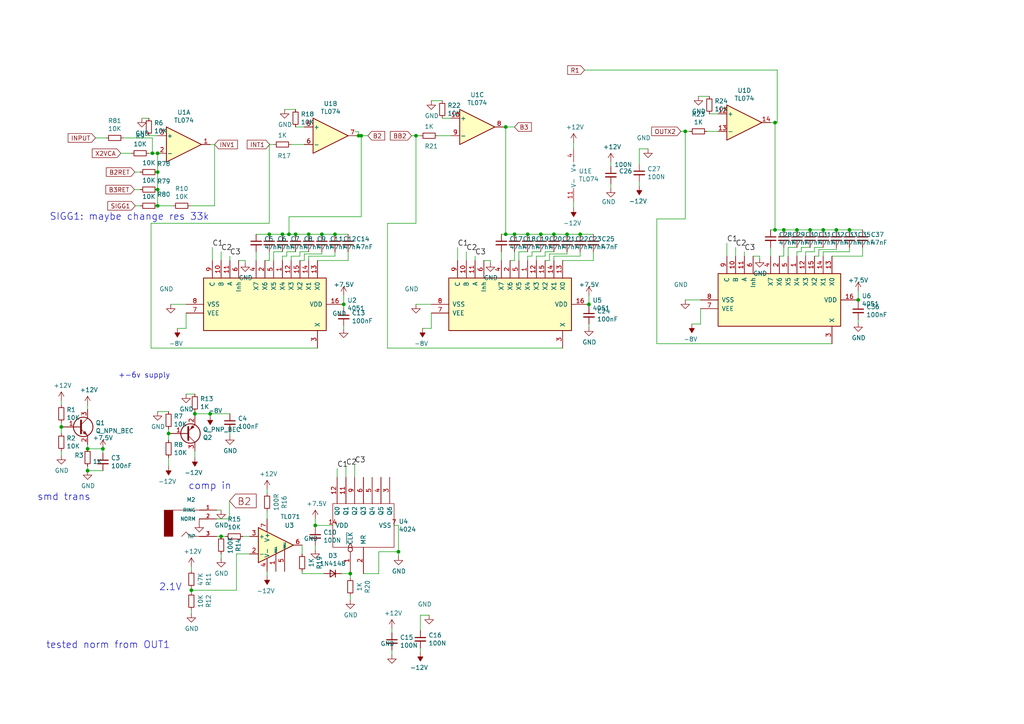
<source format=kicad_sch>
(kicad_sch (version 20211123) (generator eeschema)
  (paper "A4")
  (lib_symbols
    (symbol "4xxx:4051" (pin_names (offset 1.016))
      (property "Reference" "U" (at -7.62 19.05 0))
      (property "Value" "4051" (at -7.62 -19.05 0))
      (symbol "4051_1_0"
        (pin passive line (at -12.7 5.08 0) (length 5.08) (name "X4") (number "1"))
        (pin input line (at -12.7 -12.7 0) (length 5.08) (name "B") (number "10"))
        (pin input line (at -12.7 -10.16 0) (length 5.08) (name "A") (number "11"))
        (pin passive line (at -12.7 7.62 0) (length 5.08) (name "X3") (number "12"))
        (pin passive line (at -12.7 15.24 0) (length 5.08) (name "X0") (number "13"))
        (pin passive line (at -12.7 12.7 0) (length 5.08) (name "X1") (number "14"))
        (pin passive line (at -12.7 10.16 0) (length 5.08) (name "X2") (number "15"))
        (pin power_in line (at 0 22.86 270) (length 5.08) (name "VDD") (number "16"))
        (pin passive line (at -12.7 0 0) (length 5.08) (name "X6") (number "2"))
        (pin passive line (at 12.7 15.24 180) (length 5.08) (name "X") (number "3"))
        (pin passive line (at -12.7 -2.54 0) (length 5.08) (name "X7") (number "4"))
        (pin passive line (at -12.7 2.54 0) (length 5.08) (name "X5") (number "5"))
        (pin input line (at -12.7 -7.62 0) (length 5.08) (name "Inh") (number "6"))
        (pin power_in line (at 2.54 -22.86 90) (length 5.08) (name "VEE") (number "7"))
        (pin power_in line (at 0 -22.86 90) (length 5.08) (name "VSS") (number "8"))
        (pin input line (at -12.7 -15.24 0) (length 5.08) (name "C") (number "9"))
      )
    )
    (symbol "4xxx_IEEE:4024" (pin_names (offset 0.762))
      (property "Reference" "U" (at 5.08 11.43 0))
      (property "Value" "4024" (at 10.16 -10.16 0))
      (symbol "4024_0_0"
        (pin power_in line (at 0 10.16 270) (length 0) (name "VDD") (number "14"))
        (pin power_in line (at 0 -7.62 90) (length 0) (name "VSS") (number "7"))
      )
      (symbol "4024_1_1"
        (pin input inverted_clock (at -13.97 5.08 0) (length 7.62) (name "~{CLK}") (number "1"))
        (pin output line (at 13.97 6.35 180) (length 7.62) (name "Q1") (number "11"))
        (pin output line (at 13.97 8.89 180) (length 7.62) (name "Q0") (number "12"))
        (pin input line (at -13.97 1.27 0) (length 7.62) (name "MR") (number "2"))
        (pin output line (at 13.97 -6.35 180) (length 7.62) (name "Q6") (number "3"))
        (pin output line (at 13.97 -3.81 180) (length 7.62) (name "Q5") (number "4"))
        (pin output line (at 13.97 -1.27 180) (length 7.62) (name "Q4") (number "5"))
        (pin output line (at 13.97 1.27 180) (length 7.62) (name "Q3") (number "6"))
        (pin output line (at 13.97 3.81 180) (length 7.62) (name "Q2") (number "9"))
      )
    )
    (symbol "Amplifier_Operational:TL071" (pin_names (offset 0.127))
      (property "Reference" "U" (at 0 6.35 0))
      (property "Value" "TL071" (at 0 3.81 0))
      (symbol "TL071_1_1"
        (pin input line (at 0 -7.62 90) (length 5.08) (name "NULL") (number "1"))
        (pin input line (at -7.62 -2.54 0) (length 2.54) (name "-") (number "2"))
        (pin input line (at -7.62 2.54 0) (length 2.54) (name "+") (number "3"))
        (pin power_in line (at -2.54 -7.62 90) (length 3.81) (name "V-") (number "4"))
        (pin input line (at 2.54 -7.62 90) (length 6.35) (name "NULL") (number "5"))
        (pin output line (at 7.62 0 180) (length 2.54) (name "~") (number "6"))
        (pin power_in line (at -2.54 7.62 270) (length 3.81) (name "V+") (number "7"))
        (pin no_connect line (at 0 2.54 270) (length 2.54) hide (name "NC") (number "8"))
      )
    )
    (symbol "Amplifier_Operational:TL074" (pin_names (offset 0.127))
      (property "Reference" "U" (at 0 5.08 0))
      (property "Value" "TL074" (at 0 -5.08 0))
      (symbol "TL074_1_1"
        (pin output line (at 7.62 0 180) (length 2.54) (name "~") (number "1"))
        (pin input line (at -7.62 -2.54 0) (length 2.54) (name "-") (number "2"))
        (pin input line (at -7.62 2.54 0) (length 2.54) (name "+") (number "3"))
      )
      (symbol "TL074_2_1"
        (pin input line (at -7.62 2.54 0) (length 2.54) (name "+") (number "5"))
        (pin input line (at -7.62 -2.54 0) (length 2.54) (name "-") (number "6"))
        (pin output line (at 7.62 0 180) (length 2.54) (name "~") (number "7"))
      )
      (symbol "TL074_3_1"
        (pin input line (at -7.62 2.54 0) (length 2.54) (name "+") (number "10"))
        (pin output line (at 7.62 0 180) (length 2.54) (name "~") (number "8"))
        (pin input line (at -7.62 -2.54 0) (length 2.54) (name "-") (number "9"))
      )
      (symbol "TL074_4_1"
        (pin input line (at -7.62 2.54 0) (length 2.54) (name "+") (number "12"))
        (pin input line (at -7.62 -2.54 0) (length 2.54) (name "-") (number "13"))
        (pin output line (at 7.62 0 180) (length 2.54) (name "~") (number "14"))
      )
      (symbol "TL074_5_1"
        (pin power_in line (at -2.54 -7.62 90) (length 3.81) (name "V-") (number "11"))
        (pin power_in line (at -2.54 7.62 270) (length 3.81) (name "V+") (number "4"))
      )
    )
    (symbol "Device:C_Small" (pin_numbers hide) (pin_names (offset 0.254) hide)
      (property "Reference" "C" (at 0.254 1.778 0))
      (property "Value" "C_Small" (at 0.254 -2.032 0))
      (symbol "C_Small_1_1"
        (pin passive line (at 0 2.54 270) (length 2.032) (name "~") (number "1"))
        (pin passive line (at 0 -2.54 90) (length 2.032) (name "~") (number "2"))
      )
    )
    (symbol "Device:D_Small" (pin_numbers hide) (pin_names (offset 0.254) hide)
      (property "Reference" "D" (at -1.27 2.032 0))
      (property "Value" "D_Small" (at -3.81 -2.032 0))
      (symbol "D_Small_1_1"
        (pin passive line (at -2.54 0 0) (length 1.778) (name "K") (number "1"))
        (pin passive line (at 2.54 0 180) (length 1.778) (name "A") (number "2"))
      )
    )
    (symbol "Device:Q_PNP_BEC" (pin_names (offset 0) hide)
      (property "Reference" "Q" (at 5.08 1.27 0))
      (property "Value" "Q_PNP_BEC" (at 5.08 -1.27 0))
      (symbol "Q_PNP_BEC_1_1"
        (pin input line (at -5.08 0 0) (length 5.715) (name "B") (number "1"))
        (pin passive line (at 2.54 -5.08 90) (length 2.54) (name "E") (number "2"))
        (pin passive line (at 2.54 5.08 270) (length 2.54) (name "C") (number "3"))
      )
    )
    (symbol "Device:R_Small" (pin_numbers hide) (pin_names (offset 0.254) hide)
      (property "Reference" "R" (at 0.762 0.508 0))
      (property "Value" "R_Small" (at 0.762 -1.016 0))
      (symbol "R_Small_1_1"
        (pin passive line (at 0 2.54 270) (length 0.762) (name "~") (number "1"))
        (pin passive line (at 0 -2.54 90) (length 0.762) (name "~") (number "2"))
      )
    )
    (symbol "audio-jackerthenvar-pj398-allcolours-rescue:AUDIO-JACKERTHENVAR-PJ398-allcolours-rescue" (pin_names (offset 1.016))
      (property "Reference" "M4" (at 0.1524 5.5626 0))
      (symbol "AUDIO-JACKERTHENVAR-PJ398-allcolours-rescue_1_1"
        (pin bidirectional line (at 7.62 2.54 180) (length 5.08) (name "RING") (number "1"))
        (pin bidirectional line (at 7.62 0 180) (length 5.08) (name "NORM") (number "2"))
        (pin bidirectional line (at 7.62 -5.08 180) (length 5.08) (name "TIP") (number "3"))
      )
    )
    (symbol "power:+12V" (power) (pin_names (offset 0))
      (property "Value" "+12V" (at 0 3.556 0))
      (symbol "+12V_1_1"
        (pin power_in line (at 0 0 90) (length 0) hide (name "+12V") (number "1"))
      )
    )
    (symbol "power:+7.5V" (power) (pin_names (offset 0))
      (property "Value" "+7.5V" (at 0 3.556 0))
      (symbol "+7.5V_1_1"
        (pin power_in line (at 0 0 90) (length 0) hide (name "+7.5V") (number "1"))
      )
    )
    (symbol "power:-12V" (power) (pin_names (offset 0))
      (property "Value" "-12V" (at 0 3.81 0))
      (symbol "-12V_0_0"
        (pin power_in line (at 0 0 90) (length 0) hide (name "-12V") (number "1"))
      )
    )
    (symbol "power:-8V" (power) (pin_names (offset 0))
      (property "Value" "-8V" (at 0 3.81 0))
      (symbol "-8V_0_0"
        (pin power_in line (at 0 0 90) (length 0) hide (name "-8V") (number "1"))
      )
    )
    (symbol "power:GND" (power) (pin_names (offset 0))
      (property "Value" "GND" (at 0 -3.81 0))
      (symbol "GND_1_1"
        (pin power_in line (at 0 0 270) (length 0) hide (name "GND") (number "1"))
      )
    )
    (symbol "toad2-rescue:+12V-power-allcolours_analogue-rescue" (power) (pin_names (offset 0))
      (property "Value" "+12V-power-allcolours_analogue-rescue" (at 0 3.556 0))
      (symbol "+12V-power-allcolours_analogue-rescue_1_1"
        (pin power_in line (at 0 0 90) (length 0) hide (name "+12V") (number "1"))
      )
    )
    (symbol "toad2-rescue:Q_NPN_BEC-device-allcolours_analogue-rescue" (pin_names (offset 0) hide)
      (property "Reference" "Q" (at 5.08 1.27 0))
      (property "Value" "Q_NPN_BEC-device-allcolours_analogue-rescue" (at 5.08 -1.27 0))
      (symbol "Q_NPN_BEC-device-allcolours_analogue-rescue_1_1"
        (pin input line (at -5.08 0 0) (length 5.715) (name "B") (number "1"))
        (pin passive line (at 2.54 -5.08 90) (length 2.54) (name "E") (number "2"))
        (pin passive line (at 2.54 5.08 270) (length 2.54) (name "C") (number "3"))
      )
    )
  )
  (junction (at 97.155 67.945))
  (junction (at 44.196 44.45))
  (junction (at 170.815 88.265))
  (junction (at 115.57 160.02))
  (junction (at 120.65 39.37))
  (junction (at 248.92 86.995))
  (junction (at 153.035 67.945))
  (junction (at 168.275 67.945))
  (junction (at 238.76 66.675))
  (junction (at 60.96 120.015))
  (junction (at 99.695 88.265))
  (junction (at 227.33 66.675))
  (junction (at 224.79 66.675))
  (junction (at 164.465 67.945))
  (junction (at 56.515 120.015))
  (junction (at 85.725 67.945))
  (junction (at 242.57 66.675))
  (junction (at 17.78 123.825))
  (junction (at 48.895 125.73))
  (junction (at 146.685 36.83))
  (junction (at 156.845 67.945))
  (junction (at 25.4 136.525))
  (junction (at 89.535 67.945))
  (junction (at 45.72 44.45))
  (junction (at 246.38 66.675))
  (junction (at 25.4 130.175))
  (junction (at 55.499 171.196))
  (junction (at 45.72 49.911))
  (junction (at 45.72 59.69))
  (junction (at 64.135 155.575))
  (junction (at 101.6 166.37))
  (junction (at 231.14 66.675))
  (junction (at 78.105 67.945))
  (junction (at 160.655 67.945))
  (junction (at 104.013 39.37))
  (junction (at 45.72 54.991))
  (junction (at 234.95 66.675))
  (junction (at 91.44 152.4))
  (junction (at 93.345 67.945))
  (junction (at 146.685 67.945))
  (junction (at 224.79 35.56))
  (junction (at 81.915 67.945))
  (junction (at 198.755 38.1))
  (junction (at 83.82 67.945))
  (junction (at 149.225 67.945))
  (junction (at 29.845 130.175))
  (junction (at 104.775 39.37))
  (wire (pts (xy 104.013 39.37) (xy 104.775 39.37)))
  (wire (pts (xy 156.845 67.945) (xy 153.035 67.945)))
  (wire (pts (xy 163.195 75.565) (xy 172.085 75.565)))
  (wire (pts (xy 66.548 150.495) (xy 66.548 145.288)))
  (wire (pts (xy 91.44 152.4) (xy 96.52 152.4)))
  (wire (pts (xy 55.245 59.69) (xy 62.23 59.69)))
  (wire (pts (xy 45.72 49.911) (xy 45.72 54.991)))
  (wire (pts (xy 17.78 130.81) (xy 17.78 132.08)))
  (wire (pts (xy 215.9 74.295) (xy 215.9 73.025)))
  (wire (pts (xy 100.33 138.43) (xy 100.33 135.255)))
  (wire (pts (xy 92.075 75.565) (xy 100.965 75.565)))
  (wire (pts (xy 64.135 155.575) (xy 65.405 155.575)))
  (wire (pts (xy 86.995 74.295) (xy 86.995 73.025)))
  (wire (pts (xy 145.415 75.565) (xy 145.415 73.025)))
  (wire (pts (xy 17.78 122.555) (xy 17.78 123.825)))
  (wire (pts (xy 93.345 73.66) (xy 93.345 73.025)))
  (wire (pts (xy 79.375 75.565) (xy 79.375 73.025)))
  (wire (pts (xy 62.23 59.69) (xy 62.23 41.91)))
  (wire (pts (xy 150.495 73.025) (xy 153.035 73.025)))
  (wire (pts (xy 223.52 35.56) (xy 224.79 35.56)))
  (wire (pts (xy 150.495 75.565) (xy 150.495 73.025)))
  (wire (pts (xy 78.105 64.77) (xy 78.105 41.91)))
  (wire (pts (xy 41.148 34.29) (xy 43.18 34.29)))
  (wire (pts (xy 89.535 75.565) (xy 89.535 74.295)))
  (wire (pts (xy 226.06 74.295) (xy 227.33 74.295)))
  (wire (pts (xy 66.675 75.565) (xy 66.675 74.295)))
  (wire (pts (xy 91.44 152.4) (xy 91.44 153.035)))
  (wire (pts (xy 84.455 75.565) (xy 84.455 74.295)))
  (wire (pts (xy 78.105 75.565) (xy 78.105 73.025)))
  (wire (pts (xy 45.72 119.38) (xy 48.895 119.38)))
  (wire (pts (xy 99.695 88.265) (xy 99.695 89.408)))
  (wire (pts (xy 248.92 86.995) (xy 248.92 84.455)))
  (wire (pts (xy 198.755 63.5) (xy 198.755 38.1)))
  (wire (pts (xy 198.755 38.1) (xy 200.025 38.1)))
  (wire (pts (xy 140.335 75.565) (xy 142.24 75.565)))
  (wire (pts (xy 120.65 39.37) (xy 121.92 39.37)))
  (wire (pts (xy 48.895 124.46) (xy 48.895 125.73)))
  (wire (pts (xy 248.92 92.71) (xy 248.92 93.599)))
  (wire (pts (xy 202.565 27.94) (xy 205.74 27.94)))
  (wire (pts (xy 86.995 73.025) (xy 89.535 73.025)))
  (wire (pts (xy 43.815 100.965) (xy 43.815 64.77)))
  (wire (pts (xy 149.225 75.565) (xy 149.225 73.025)))
  (wire (pts (xy 160.655 67.945) (xy 156.845 67.945)))
  (wire (pts (xy 25.4 117.475) (xy 25.4 118.745)))
  (wire (pts (xy 89.535 74.295) (xy 97.155 74.295)))
  (wire (pts (xy 48.895 125.73) (xy 48.895 127.635)))
  (wire (pts (xy 238.76 73.025) (xy 246.38 73.025)))
  (wire (pts (xy 71.12 75.565) (xy 71.12 76.2)))
  (wire (pts (xy 25.4 136.525) (xy 29.845 136.525)))
  (wire (pts (xy 101.6 166.37) (xy 101.6 167.64)))
  (wire (pts (xy 104.013 38.227) (xy 104.013 39.37)))
  (wire (pts (xy 225.425 20.32) (xy 225.425 35.56)))
  (wire (pts (xy 105.41 166.37) (xy 109.855 166.37)))
  (wire (pts (xy 112.395 64.77) (xy 120.65 64.77)))
  (wire (pts (xy 91.44 158.115) (xy 91.44 159.385)))
  (wire (pts (xy 83.185 73.025) (xy 85.725 73.025)))
  (wire (pts (xy 198.755 86.995) (xy 203.2 86.995)))
  (wire (pts (xy 55.499 176.911) (xy 55.499 177.927)))
  (wire (pts (xy 113.665 188.595) (xy 113.665 189.865)))
  (wire (pts (xy 242.57 66.675) (xy 238.76 66.675)))
  (wire (pts (xy 97.79 138.43) (xy 97.79 135.89)))
  (wire (pts (xy 121.92 187.96) (xy 121.92 189.23)))
  (wire (pts (xy 236.22 71.755) (xy 238.76 71.755)))
  (wire (pts (xy 121.92 178.435) (xy 124.46 178.435)))
  (wire (pts (xy 248.92 86.995) (xy 248.92 87.63)))
  (wire (pts (xy 170.815 88.265) (xy 170.815 88.9)))
  (wire (pts (xy 86.995 75.565) (xy 88.265 75.565)))
  (wire (pts (xy 55.499 171.196) (xy 68.58 171.196)))
  (wire (pts (xy 93.345 67.945) (xy 89.535 67.945)))
  (wire (pts (xy 155.575 75.565) (xy 155.575 74.295)))
  (wire (pts (xy 99.695 94.488) (xy 99.695 95.377)))
  (wire (pts (xy 78.105 67.945) (xy 74.295 67.945)))
  (wire (pts (xy 185.42 47.625) (xy 185.42 43.18)))
  (wire (pts (xy 154.305 74.295) (xy 154.305 73.025)))
  (wire (pts (xy 38.1 44.45) (xy 35.052 44.45)))
  (wire (pts (xy 164.465 73.66) (xy 164.465 73.025)))
  (wire (pts (xy 147.955 75.565) (xy 149.225 75.565)))
  (wire (pts (xy 76.835 75.565) (xy 78.105 75.565)))
  (wire (pts (xy 234.95 66.675) (xy 231.14 66.675)))
  (wire (pts (xy 228.6 71.755) (xy 231.14 71.755)))
  (wire (pts (xy 61.595 75.565) (xy 61.595 71.755)))
  (wire (pts (xy 170.815 93.98) (xy 170.815 94.869)))
  (wire (pts (xy 56.515 132.715) (xy 56.515 130.81)))
  (wire (pts (xy 17.78 116.205) (xy 17.78 117.475)))
  (wire (pts (xy 79.375 73.025) (xy 81.915 73.025)))
  (wire (pts (xy 104.775 39.37) (xy 104.775 62.865)))
  (wire (pts (xy 130.81 34.29) (xy 128.27 34.29)))
  (wire (pts (xy 224.79 35.56) (xy 224.79 66.675)))
  (wire (pts (xy 87.63 165.735) (xy 87.63 166.37)))
  (wire (pts (xy 146.685 67.945) (xy 145.415 67.945)))
  (wire (pts (xy 233.68 73.025) (xy 236.22 73.025)))
  (wire (pts (xy 122.555 95.25) (xy 125.095 95.25)))
  (wire (pts (xy 56.515 120.015) (xy 56.515 119.38)))
  (wire (pts (xy 45.72 59.69) (xy 50.165 59.69)))
  (wire (pts (xy 197.485 38.1) (xy 198.755 38.1)))
  (wire (pts (xy 56.515 120.015) (xy 60.96 120.015)))
  (wire (pts (xy 69.215 75.565) (xy 71.12 75.565)))
  (wire (pts (xy 200.66 93.98) (xy 203.2 93.98)))
  (wire (pts (xy 232.41 71.755) (xy 234.95 71.755)))
  (wire (pts (xy 158.115 73.025) (xy 160.655 73.025)))
  (wire (pts (xy 154.305 73.025) (xy 156.845 73.025)))
  (wire (pts (xy 160.655 75.565) (xy 160.655 74.295)))
  (wire (pts (xy 45.72 39.37) (xy 43.18 39.37)))
  (wire (pts (xy 25.4 135.255) (xy 25.4 136.525)))
  (wire (pts (xy 168.275 67.945) (xy 164.465 67.945)))
  (wire (pts (xy 99.06 166.37) (xy 101.6 166.37)))
  (wire (pts (xy 68.58 171.196) (xy 68.58 160.655)))
  (wire (pts (xy 218.44 74.295) (xy 220.345 74.295)))
  (wire (pts (xy 113.665 182.245) (xy 113.665 183.515)))
  (wire (pts (xy 112.395 100.965) (xy 112.395 64.77)))
  (wire (pts (xy 88.265 73.66) (xy 93.345 73.66)))
  (wire (pts (xy 40.64 54.991) (xy 38.989 54.991)))
  (wire (pts (xy 62.865 147.955) (xy 64.135 147.955)))
  (wire (pts (xy 205.74 33.02) (xy 208.28 33.02)))
  (wire (pts (xy 190.5 63.5) (xy 198.755 63.5)))
  (wire (pts (xy 99.695 85.725) (xy 99.695 88.265)))
  (wire (pts (xy 49.53 88.265) (xy 53.975 88.265)))
  (wire (pts (xy 227.33 66.675) (xy 224.79 66.675)))
  (wire (pts (xy 246.38 73.025) (xy 246.38 71.755)))
  (wire (pts (xy 29.845 130.175) (xy 29.845 131.445)))
  (wire (pts (xy 74.295 75.565) (xy 74.295 73.025)))
  (wire (pts (xy 43.815 64.77) (xy 78.105 64.77)))
  (wire (pts (xy 81.915 74.295) (xy 83.185 74.295)))
  (wire (pts (xy 53.975 114.3) (xy 56.515 114.3)))
  (wire (pts (xy 68.58 160.655) (xy 72.39 160.655)))
  (wire (pts (xy 238.76 66.675) (xy 234.95 66.675)))
  (wire (pts (xy 228.6 74.295) (xy 228.6 71.755)))
  (wire (pts (xy 40.64 59.69) (xy 39.243 59.69)))
  (wire (pts (xy 83.82 62.865) (xy 104.775 62.865)))
  (wire (pts (xy 97.155 67.945) (xy 93.345 67.945)))
  (wire (pts (xy 169.545 20.32) (xy 225.425 20.32)))
  (wire (pts (xy 164.465 67.945) (xy 160.655 67.945)))
  (wire (pts (xy 137.795 75.565) (xy 137.795 74.295)))
  (wire (pts (xy 60.96 41.91) (xy 62.23 41.91)))
  (wire (pts (xy 241.3 74.295) (xy 250.19 74.295)))
  (wire (pts (xy 127 39.37) (xy 130.81 39.37)))
  (wire (pts (xy 172.085 67.945) (xy 168.275 67.945)))
  (wire (pts (xy 40.64 49.911) (xy 39.116 49.911)))
  (wire (pts (xy 43.18 44.45) (xy 44.196 44.45)))
  (wire (pts (xy 55.499 170.561) (xy 55.499 171.196)))
  (wire (pts (xy 223.52 74.295) (xy 223.52 71.755)))
  (wire (pts (xy 227.33 74.295) (xy 227.33 71.755)))
  (wire (pts (xy 64.135 160.655) (xy 64.135 161.925)))
  (wire (pts (xy 83.82 67.945) (xy 81.915 67.945)))
  (wire (pts (xy 103.505 39.37) (xy 104.013 39.37)))
  (wire (pts (xy 44.196 40.005) (xy 44.196 44.45)))
  (wire (pts (xy 233.68 74.295) (xy 233.68 73.025)))
  (wire (pts (xy 101.6 172.72) (xy 101.6 173.99)))
  (wire (pts (xy 17.78 123.825) (xy 17.78 125.73)))
  (wire (pts (xy 115.57 160.02) (xy 115.57 161.29)))
  (wire (pts (xy 149.225 67.945) (xy 146.685 67.945)))
  (wire (pts (xy 232.41 73.025) (xy 232.41 71.755)))
  (wire (pts (xy 160.655 74.295) (xy 168.275 74.295)))
  (wire (pts (xy 203.2 89.535) (xy 203.2 93.98)))
  (wire (pts (xy 45.72 54.991) (xy 45.72 59.69)))
  (wire (pts (xy 220.345 74.295) (xy 220.345 74.93)))
  (wire (pts (xy 88.265 36.83) (xy 85.725 36.83)))
  (wire (pts (xy 159.385 75.565) (xy 159.385 73.66)))
  (wire (pts (xy 82.55 31.75) (xy 85.725 31.75)))
  (wire (pts (xy 81.915 75.565) (xy 81.915 74.295)))
  (wire (pts (xy 45.72 44.45) (xy 45.72 49.911)))
  (wire (pts (xy 237.49 74.295) (xy 237.49 72.39)))
  (wire (pts (xy 205.105 38.1) (xy 208.28 38.1)))
  (wire (pts (xy 109.855 166.37) (xy 109.855 160.02)))
  (wire (pts (xy 88.265 75.565) (xy 88.265 73.66)))
  (wire (pts (xy 102.87 138.43) (xy 102.87 134.62)))
  (wire (pts (xy 89.535 67.945) (xy 85.725 67.945)))
  (wire (pts (xy 77.47 165.735) (xy 77.47 167.005)))
  (wire (pts (xy 112.395 100.965) (xy 163.195 100.965)))
  (wire (pts (xy 91.44 150.495) (xy 91.44 152.4)))
  (wire (pts (xy 224.79 66.675) (xy 223.52 66.675)))
  (wire (pts (xy 177.165 53.34) (xy 177.165 54.61)))
  (wire (pts (xy 81.915 67.945) (xy 78.105 67.945)))
  (wire (pts (xy 153.035 75.565) (xy 153.035 74.295)))
  (wire (pts (xy 132.715 75.565) (xy 132.715 71.755)))
  (wire (pts (xy 66.675 126.365) (xy 66.675 125.095)))
  (wire (pts (xy 77.47 148.209) (xy 77.47 150.495)))
  (wire (pts (xy 170.815 88.265) (xy 170.815 85.725)))
  (wire (pts (xy 168.275 74.295) (xy 168.275 73.025)))
  (wire (pts (xy 55.499 171.196) (xy 55.499 171.831)))
  (wire (pts (xy 153.035 67.945) (xy 149.225 67.945)))
  (wire (pts (xy 236.22 74.295) (xy 237.49 74.295)))
  (wire (pts (xy 25.4 128.905) (xy 25.4 130.175)))
  (wire (pts (xy 35.814 40.005) (xy 44.196 40.005)))
  (wire (pts (xy 185.42 52.705) (xy 185.42 53.975)))
  (wire (pts (xy 185.42 43.18) (xy 187.96 43.18)))
  (wire (pts (xy 104.775 39.37) (xy 106.68 39.37)))
  (wire (pts (xy 62.865 155.575) (xy 64.135 155.575)))
  (wire (pts (xy 125.095 29.21) (xy 128.27 29.21)))
  (wire (pts (xy 100.965 67.945) (xy 97.155 67.945)))
  (wire (pts (xy 97.155 74.295) (xy 97.155 73.025)))
  (wire (pts (xy 60.96 120.015) (xy 60.96 120.65)))
  (wire (pts (xy 177.165 46.99) (xy 177.165 48.26)))
  (wire (pts (xy 238.76 74.295) (xy 238.76 73.025)))
  (wire (pts (xy 78.105 41.91) (xy 79.375 41.91)))
  (wire (pts (xy 83.82 62.865) (xy 83.82 67.945)))
  (wire (pts (xy 109.855 160.02) (xy 115.57 160.02)))
  (wire (pts (xy 213.36 74.295) (xy 213.36 71.755)))
  (wire (pts (xy 231.14 66.675) (xy 227.33 66.675)))
  (wire (pts (xy 120.65 88.265) (xy 125.095 88.265)))
  (wire (pts (xy 55.499 164.338) (xy 55.499 165.481)))
  (wire (pts (xy 120.65 64.77) (xy 120.65 39.37)))
  (wire (pts (xy 146.685 36.83) (xy 149.225 36.83)))
  (wire (pts (xy 224.79 35.56) (xy 225.425 35.56)))
  (wire (pts (xy 100.965 75.565) (xy 100.965 73.025)))
  (wire (pts (xy 83.185 74.295) (xy 83.185 73.025)))
  (wire (pts (xy 158.115 74.295) (xy 158.115 73.025)))
  (wire (pts (xy 246.38 66.675) (xy 242.57 66.675)))
  (wire (pts (xy 142.24 75.565) (xy 142.24 76.2)))
  (wire (pts (xy 70.485 155.575) (xy 72.39 155.575)))
  (wire (pts (xy 166.37 41.275) (xy 166.37 43.18)))
  (wire (pts (xy 85.725 67.945) (xy 83.82 67.945)))
  (wire (pts (xy 135.255 75.565) (xy 135.255 73.025)))
  (wire (pts (xy 190.5 99.695) (xy 190.5 63.5)))
  (wire (pts (xy 77.47 141.859) (xy 77.47 143.129)))
  (wire (pts (xy 53.975 90.805) (xy 53.975 95.25)))
  (wire (pts (xy 51.435 95.25) (xy 53.975 95.25)))
  (wire (pts (xy 115.57 152.4) (xy 115.57 160.02)))
  (wire (pts (xy 153.035 74.295) (xy 154.305 74.295)))
  (wire (pts (xy 119.38 39.37) (xy 120.65 39.37)))
  (wire (pts (xy 146.685 36.83) (xy 146.685 67.945)))
  (wire (pts (xy 158.115 75.565) (xy 159.385 75.565)))
  (wire (pts (xy 56.515 120.65) (xy 56.515 120.015)))
  (wire (pts (xy 87.63 158.115) (xy 87.63 160.655)))
  (wire (pts (xy 64.135 75.565) (xy 64.135 73.025)))
  (wire (pts (xy 44.196 44.45) (xy 45.72 44.45)))
  (wire (pts (xy 114.3 152.4) (xy 115.57 152.4)))
  (wire (pts (xy 231.14 73.025) (xy 232.41 73.025)))
  (wire (pts (xy 236.22 73.025) (xy 236.22 71.755)))
  (wire (pts (xy 84.455 74.295) (xy 86.995 74.295)))
  (wire (pts (xy 231.14 74.295) (xy 231.14 73.025)))
  (wire (pts (xy 210.82 74.295) (xy 210.82 70.485)))
  (wire (pts (xy 172.085 75.565) (xy 172.085 73.025)))
  (wire (pts (xy 242.57 72.39) (xy 242.57 71.755)))
  (wire (pts (xy 30.734 40.005) (xy 27.686 40.005)))
  (wire (pts (xy 159.385 73.66) (xy 164.465 73.66)))
  (wire (pts (xy 250.19 74.295) (xy 250.19 71.755)))
  (wire (pts (xy 166.37 58.42) (xy 166.37 60.325)))
  (wire (pts (xy 190.5 99.695) (xy 241.3 99.695)))
  (wire (pts (xy 62.865 150.495) (xy 66.548 150.495)))
  (wire (pts (xy 146.05 36.83) (xy 146.685 36.83)))
  (wire (pts (xy 237.49 72.39) (xy 242.57 72.39)))
  (wire (pts (xy 102.997 38.227) (xy 104.013 38.227)))
  (wire (pts (xy 250.19 66.675) (xy 246.38 66.675)))
  (wire (pts (xy 48.895 135.255) (xy 48.895 132.715)))
  (wire (pts (xy 84.455 41.91) (xy 88.265 41.91)))
  (wire (pts (xy 60.96 120.015) (xy 66.675 120.015)))
  (wire (pts (xy 92.075 100.965) (xy 43.815 100.965)))
  (wire (pts (xy 121.92 182.88) (xy 121.92 178.435)))
  (wire (pts (xy 87.63 166.37) (xy 93.98 166.37)))
  (wire (pts (xy 125.095 90.805) (xy 125.095 95.25)))
  (wire (pts (xy 25.4 130.175) (xy 29.845 130.175)))
  (wire (pts (xy 155.575 74.295) (xy 158.115 74.295)))
  (text "comp in" (at 54.61 142.24 0) (effects (font (size 2.0066 2.0066)) (justify left bottom)))
  (text "+-6v supply" (at 34.29 109.855 0) (effects (font (size 1.524 1.524)) (justify left bottom)))
  (text "tested norm from OUT1\n" (at 13.335 188.341 0) (effects (font (size 2.0066 2.0066)) (justify left bottom)))
  (text "2.1V" (at 46.101 171.577 0) (effects (font (size 2.0066 2.0066)) (justify left bottom)))
  (text "SIGG1: maybe change res 33k\n" (at 14.351 64.135 0) (effects (font (size 2.0066 2.0066)) (justify left bottom)))
  (text "smd trans" (at 10.795 145.415 0) (effects (font (size 2.0066 2.0066)) (justify left bottom)))
  (label "C1" (at 61.595 71.755 0) (effects (font (size 1.524 1.524))))
  (label "C2" (at 64.135 73.025 0) (effects (font (size 1.524 1.524))))
  (label "C2" (at 100.33 135.255 0) (effects (font (size 1.524 1.524))))
  (label "C2" (at 213.36 71.755 0) (effects (font (size 1.524 1.524))))
  (label "C2" (at 135.255 73.025 0) (effects (font (size 1.524 1.524))))
  (label "C1" (at 97.79 135.89 0) (effects (font (size 1.524 1.524))))
  (label "C3" (at 66.675 74.295 0) (effects (font (size 1.524 1.524))))
  (label "C3" (at 215.9 73.025 0) (effects (font (size 1.524 1.524))))
  (label "C1" (at 132.715 71.755 0) (effects (font (size 1.524 1.524))))
  (label "C1" (at 210.82 70.485 0) (effects (font (size 1.524 1.524))))
  (label "C3" (at 137.795 74.295 0) (effects (font (size 1.524 1.524))))
  (label "C3" (at 102.87 134.62 0) (effects (font (size 1.524 1.524))))
  (global_label "INPUT" (shape input) (at 27.686 40.005 180) (property "Intersheet References" "${INTERSHEET_REFS}" (effects hide)))
  (global_label "X2VCA" (shape input) (at 35.052 44.45 180) (property "Intersheet References" "${INTERSHEET_REFS}" (effects hide)))
  (global_label "B3RET" (shape input) (at 38.989 54.991 180) (property "Intersheet References" "${INTERSHEET_REFS}" (effects hide)))
  (global_label "R1" (shape input) (at 169.545 20.32 180) (property "Intersheet References" "${INTERSHEET_REFS}" (effects hide)))
  (global_label "B2RET" (shape input) (at 39.116 49.911 180) (property "Intersheet References" "${INTERSHEET_REFS}" (effects hide)))
  (global_label "OUTX2" (shape input) (at 197.485 38.1 180) (property "Intersheet References" "${INTERSHEET_REFS}" (effects hide)))
  (global_label "B3" (shape input) (at 149.225 36.83 0) (property "Intersheet References" "${INTERSHEET_REFS}" (effects hide)))
  (global_label "B2" (shape input) (at 66.548 145.288 0) (effects (font (size 2.0066 2.0066))) (property "Intersheet References" "${INTERSHEET_REFS}" (effects hide)))
  (global_label "B2" (shape input) (at 106.68 39.37 0) (property "Intersheet References" "${INTERSHEET_REFS}" (effects hide)))
  (global_label "SIGG1" (shape input) (at 39.243 59.69 180) (property "Intersheet References" "${INTERSHEET_REFS}" (effects hide)))
  (global_label "INV1" (shape input) (at 62.23 41.91 0) (property "Intersheet References" "${INTERSHEET_REFS}" (effects hide)))
  (global_label "BB2" (shape input) (at 119.38 39.37 180) (property "Intersheet References" "${INTERSHEET_REFS}" (effects hide)))
  (global_label "INT1" (shape input) (at 78.232 41.91 180) (property "Intersheet References" "${INTERSHEET_REFS}" (effects hide)))
  (symbol (lib_id "4xxx_IEEE:4024") (at 106.68 152.4 90) (unit 1)
    (property "Reference" "U4" (at 115.6462 151.2316 90) (effects (justify right)))
    (property "Value" "4024" (at 115.6462 153.543 90) (effects (justify right)))
    (property "Footprint" "Package_SO:SOIC-14_3.9x8.7mm_P1.27mm" (effects hide))
  )
  (symbol (lib_id "4xxx:4051") (at 76.835 88.265 270) (unit 1)
    (property "Reference" "U2" (at 100.7364 87.0966 90) (effects (justify left)))
    (property "Value" "4051" (at 100.7364 89.408 90) (effects (justify left)))
    (property "Footprint" "Package_SO:SOIC-16_3.9x9.9mm_P1.27mm" (effects hide))
    (property "Datasheet" "http://www.intersil.com/content/dam/Intersil/documents/cd40/cd4051bms-52bms-53bms.pdf" (effects hide))
  )
  (symbol (lib_id "Device:C_Small") (at 74.295 70.485 0) (unit 1)
    (property "Reference" "C5" (at 76.6318 69.3166 0) (effects (justify left)))
    (property "Value" "47nF" (at 76.6318 71.628 0) (effects (justify left)))
    (property "Footprint" "Capacitor_SMD:C_0805_2012Metric" (effects hide))
  )
  (symbol (lib_id "Device:C_Small") (at 78.105 70.485 0) (unit 1)
    (property "Reference" "C6" (at 80.4418 69.3166 0) (effects (justify left)))
    (property "Value" "47nF" (at 80.4418 71.628 0) (effects (justify left)))
    (property "Footprint" "Capacitor_SMD:C_0805_2012Metric" (effects hide))
  )
  (symbol (lib_id "Device:C_Small") (at 81.915 70.485 0) (unit 1)
    (property "Reference" "C7" (at 84.2518 69.3166 0) (effects (justify left)))
    (property "Value" "47nF" (at 84.2518 71.628 0) (effects (justify left)))
    (property "Footprint" "Capacitor_SMD:C_0805_2012Metric" (effects hide))
  )
  (symbol (lib_id "Device:C_Small") (at 85.725 70.485 0) (unit 1)
    (property "Reference" "C8" (at 88.0618 69.3166 0) (effects (justify left)))
    (property "Value" "47nF" (at 88.0618 71.628 0) (effects (justify left)))
    (property "Footprint" "Capacitor_SMD:C_0805_2012Metric" (effects hide))
  )
  (symbol (lib_id "Device:C_Small") (at 89.535 70.485 0) (unit 1)
    (property "Reference" "C9" (at 91.8718 69.3166 0) (effects (justify left)))
    (property "Value" "47nF" (at 91.8718 71.628 0) (effects (justify left)))
    (property "Footprint" "Capacitor_SMD:C_0805_2012Metric" (effects hide))
  )
  (symbol (lib_id "Device:C_Small") (at 93.345 70.485 0) (unit 1)
    (property "Reference" "C11" (at 95.6818 69.3166 0) (effects (justify left)))
    (property "Value" "47nF" (at 95.6818 71.628 0) (effects (justify left)))
    (property "Footprint" "Capacitor_SMD:C_0805_2012Metric" (effects hide))
  )
  (symbol (lib_id "Device:C_Small") (at 97.155 70.485 0) (unit 1)
    (property "Reference" "C12" (at 99.4918 69.3166 0) (effects (justify left)))
    (property "Value" "47nF" (at 99.4918 71.628 0) (effects (justify left)))
    (property "Footprint" "Capacitor_SMD:C_0805_2012Metric" (effects hide))
  )
  (symbol (lib_id "Device:C_Small") (at 100.965 70.485 0) (unit 1)
    (property "Reference" "C14" (at 103.3018 69.3166 0) (effects (justify left)))
    (property "Value" "47nF" (at 103.3018 71.628 0) (effects (justify left)))
    (property "Footprint" "Capacitor_SMD:C_0805_2012Metric" (effects hide))
  )
  (symbol (lib_id "Device:R_Small") (at 52.705 59.69 270) (unit 1)
    (property "Reference" "R10" (at 52.705 54.7116 90))
    (property "Value" "10K" (at 52.705 57.023 90))
    (property "Footprint" "Resistor_SMD:R_0805_2012Metric" (effects hide))
  )
  (symbol (lib_id "power:GND") (at 71.12 76.2 0) (unit 1)
    (property "Reference" "#PWR023" (effects hide))
    (property "Value" "GND" (at 71.247 80.5942 0))
  )
  (symbol (lib_id "power:GND") (at 49.53 88.265 0) (unit 1)
    (property "Reference" "#PWR013" (effects hide))
    (property "Value" "GND" (at 48.26 83.82 0))
  )
  (symbol (lib_id "Device:R_Small") (at 85.725 34.29 180) (unit 1)
    (property "Reference" "R18" (at 87.2236 33.1216 0) (effects (justify right)))
    (property "Value" "10K" (at 87.2236 35.433 0) (effects (justify right)))
    (property "Footprint" "Resistor_SMD:R_0805_2012Metric" (effects hide))
  )
  (symbol (lib_id "Device:R_Small") (at 81.915 41.91 270) (unit 1)
    (property "Reference" "R17" (at 82.423 45.212 90))
    (property "Value" "1K" (at 81.915 39.243 90))
    (property "Footprint" "Resistor_SMD:R_0805_2012Metric" (effects hide))
  )
  (symbol (lib_id "Device:R_Small") (at 205.74 30.48 180) (unit 1)
    (property "Reference" "R24" (at 207.2386 29.3116 0) (effects (justify right)))
    (property "Value" "10K" (at 207.2386 31.623 0) (effects (justify right)))
    (property "Footprint" "Resistor_SMD:R_0805_2012Metric" (effects hide))
  )
  (symbol (lib_id "Device:R_Small") (at 202.565 38.1 270) (unit 1)
    (property "Reference" "R23" (at 202.565 33.1216 90))
    (property "Value" "1K" (at 202.565 35.433 90))
    (property "Footprint" "Resistor_SMD:R_0805_2012Metric" (effects hide))
  )
  (symbol (lib_id "power:GND") (at 202.565 27.94 0) (unit 1)
    (property "Reference" "#PWR051" (effects hide))
    (property "Value" "GND" (at 202.692 32.3342 0))
  )
  (symbol (lib_id "power:GND") (at 82.55 31.75 0) (unit 1)
    (property "Reference" "#PWR026" (effects hide))
    (property "Value" "GND" (at 82.677 36.1442 0))
  )
  (symbol (lib_id "power:GND") (at 115.57 161.29 0) (unit 1)
    (property "Reference" "#PWR034" (effects hide))
    (property "Value" "GND" (at 115.697 165.6842 0))
  )
  (symbol (lib_id "power:+7.5V") (at 91.44 150.495 0) (unit 1)
    (property "Reference" "#PWR027" (effects hide))
    (property "Value" "+7.5V" (at 91.821 146.1008 0))
  )
  (symbol (lib_id "Device:R_Small") (at 17.78 128.27 0) (unit 1)
    (property "Reference" "R2" (at 19.2786 127.1016 0) (effects (justify left)))
    (property "Value" "10K" (at 19.2786 129.413 0) (effects (justify left)))
    (property "Footprint" "Resistor_SMD:R_0805_2012Metric" (effects hide))
  )
  (symbol (lib_id "power:+7.5V") (at 99.695 85.725 0) (unit 1)
    (property "Reference" "#PWR029" (effects hide))
    (property "Value" "+7.5V" (at 99.695 82.55 0))
  )
  (symbol (lib_id "power:-8V") (at 51.435 95.25 180) (unit 1)
    (property "Reference" "#PWR014" (effects hide))
    (property "Value" "-8V" (at 51.054 99.6442 0))
  )
  (symbol (lib_id "Device:R_Small") (at 17.78 120.015 0) (unit 1)
    (property "Reference" "R1" (at 19.2786 118.8466 0) (effects (justify left)))
    (property "Value" "10K" (at 19.2786 121.158 0) (effects (justify left)))
    (property "Footprint" "Resistor_SMD:R_0805_2012Metric" (effects hide))
  )
  (symbol (lib_id "Device:R_Small") (at 25.4 132.715 0) (unit 1)
    (property "Reference" "R3" (at 21.59 132.08 0) (effects (justify left)))
    (property "Value" "1K" (at 26.8986 133.858 0) (effects (justify left)))
    (property "Footprint" "Resistor_SMD:R_0805_2012Metric" (effects hide))
  )
  (symbol (lib_id "power:GND") (at 25.4 136.525 0) (unit 1)
    (property "Reference" "#PWR07" (effects hide))
    (property "Value" "GND" (at 25.527 140.9192 0))
  )
  (symbol (lib_id "power:+12V") (at 17.78 116.205 0) (unit 1)
    (property "Reference" "#PWR04" (effects hide))
    (property "Value" "+12V" (at 18.161 111.8108 0))
  )
  (symbol (lib_id "power:+12V") (at 25.4 117.475 0) (unit 1)
    (property "Reference" "#PWR06" (effects hide))
    (property "Value" "+12V" (at 25.781 113.0808 0))
  )
  (symbol (lib_id "power:GND") (at 17.78 132.08 0) (unit 1)
    (property "Reference" "#PWR05" (effects hide))
    (property "Value" "GND" (at 17.907 136.4742 0))
  )
  (symbol (lib_id "Device:R_Small") (at 48.895 121.92 0) (unit 1)
    (property "Reference" "R7" (at 50.3936 120.7516 0) (effects (justify left)))
    (property "Value" "10K" (at 50.3936 123.063 0) (effects (justify left)))
    (property "Footprint" "Resistor_SMD:R_0805_2012Metric" (effects hide))
  )
  (symbol (lib_id "Device:R_Small") (at 48.895 130.175 0) (unit 1)
    (property "Reference" "R8" (at 50.3936 129.0066 0) (effects (justify left)))
    (property "Value" "10K" (at 50.3936 131.318 0) (effects (justify left)))
    (property "Footprint" "Resistor_SMD:R_0805_2012Metric" (effects hide))
  )
  (symbol (lib_id "Device:R_Small") (at 56.515 116.84 0) (unit 1)
    (property "Reference" "R13" (at 58.0136 115.6716 0) (effects (justify left)))
    (property "Value" "1K" (at 58.0136 117.983 0) (effects (justify left)))
    (property "Footprint" "Resistor_SMD:R_0805_2012Metric" (effects hide))
  )
  (symbol (lib_id "power:GND") (at 45.72 119.38 0) (unit 1)
    (property "Reference" "#PWR011" (effects hide))
    (property "Value" "GND" (at 45.847 123.7742 0))
  )
  (symbol (lib_id "power:GND") (at 53.975 114.3 0) (unit 1)
    (property "Reference" "#PWR015" (effects hide))
    (property "Value" "GND" (at 54.102 118.6942 0))
  )
  (symbol (lib_id "power:-8V") (at 60.96 120.65 180) (unit 1)
    (property "Reference" "#PWR019" (effects hide))
    (property "Value" "-8V" (at 62.484 119.126 0))
  )
  (symbol (lib_id "power:+7.5V") (at 29.845 130.175 0) (unit 1)
    (property "Reference" "#PWR08" (effects hide))
    (property "Value" "+7.5V" (at 29.845 127 0))
  )
  (symbol (lib_id "4xxx:4051") (at 226.06 86.995 270) (unit 1)
    (property "Reference" "U6" (at 249.9614 85.8266 90) (effects (justify left)))
    (property "Value" "4051" (at 249.9614 88.138 90) (effects (justify left)))
    (property "Footprint" "Package_SO:SOIC-16_3.9x9.9mm_P1.27mm" (effects hide))
    (property "Datasheet" "http://www.intersil.com/content/dam/Intersil/documents/cd40/cd4051bms-52bms-53bms.pdf" (effects hide))
  )
  (symbol (lib_id "Device:C_Small") (at 223.52 69.215 0) (unit 1)
    (property "Reference" "C28" (at 225.8568 68.0466 0) (effects (justify left)))
    (property "Value" "47nF" (at 225.8568 70.358 0) (effects (justify left)))
    (property "Footprint" "Capacitor_SMD:C_0805_2012Metric" (effects hide))
  )
  (symbol (lib_id "Device:C_Small") (at 227.33 69.215 0) (unit 1)
    (property "Reference" "C29" (at 229.6668 68.0466 0) (effects (justify left)))
    (property "Value" "47nF" (at 229.6668 70.358 0) (effects (justify left)))
    (property "Footprint" "Capacitor_SMD:C_0805_2012Metric" (effects hide))
  )
  (symbol (lib_id "Device:C_Small") (at 231.14 69.215 0) (unit 1)
    (property "Reference" "C30" (at 233.4768 68.0466 0) (effects (justify left)))
    (property "Value" "47nF" (at 233.4768 70.358 0) (effects (justify left)))
    (property "Footprint" "Capacitor_SMD:C_0805_2012Metric" (effects hide))
  )
  (symbol (lib_id "Device:C_Small") (at 234.95 69.215 0) (unit 1)
    (property "Reference" "C31" (at 237.2868 68.0466 0) (effects (justify left)))
    (property "Value" "47nF" (at 237.2868 70.358 0) (effects (justify left)))
    (property "Footprint" "Capacitor_SMD:C_0805_2012Metric" (effects hide))
  )
  (symbol (lib_id "Device:C_Small") (at 238.76 69.215 0) (unit 1)
    (property "Reference" "C32" (at 241.0968 68.0466 0) (effects (justify left)))
    (property "Value" "47nF" (at 241.0968 70.358 0) (effects (justify left)))
    (property "Footprint" "Capacitor_SMD:C_0805_2012Metric" (effects hide))
  )
  (symbol (lib_id "Device:C_Small") (at 242.57 69.215 0) (unit 1)
    (property "Reference" "C33" (at 244.9068 68.0466 0) (effects (justify left)))
    (property "Value" "47nF" (at 244.9068 70.358 0) (effects (justify left)))
    (property "Footprint" "Capacitor_SMD:C_0805_2012Metric" (effects hide))
  )
  (symbol (lib_id "Device:C_Small") (at 246.38 69.215 0) (unit 1)
    (property "Reference" "C35" (at 248.7168 68.0466 0) (effects (justify left)))
    (property "Value" "47nF" (at 248.7168 70.358 0) (effects (justify left)))
    (property "Footprint" "Capacitor_SMD:C_0805_2012Metric" (effects hide))
  )
  (symbol (lib_id "Device:C_Small") (at 250.19 69.215 0) (unit 1)
    (property "Reference" "C37" (at 252.5268 68.0466 0) (effects (justify left)))
    (property "Value" "47nF" (at 252.5268 70.358 0) (effects (justify left)))
    (property "Footprint" "Capacitor_SMD:C_0805_2012Metric" (effects hide))
  )
  (symbol (lib_id "power:GND") (at 220.345 74.93 0) (unit 1)
    (property "Reference" "#PWR052" (effects hide))
    (property "Value" "GND" (at 220.472 79.3242 0))
  )
  (symbol (lib_id "power:GND") (at 198.755 86.995 0) (unit 1)
    (property "Reference" "#PWR049" (effects hide))
    (property "Value" "GND" (at 197.485 82.55 0))
  )
  (symbol (lib_id "power:+7.5V") (at 248.92 84.455 0) (unit 1)
    (property "Reference" "#PWR056" (effects hide))
    (property "Value" "+7.5V" (at 248.92 81.28 0))
  )
  (symbol (lib_id "power:-8V") (at 200.66 93.98 180) (unit 1)
    (property "Reference" "#PWR050" (effects hide))
    (property "Value" "-8V" (at 200.279 98.3742 0))
  )
  (symbol (lib_id "Device:C_Small") (at 66.675 122.555 0) (unit 1)
    (property "Reference" "C4" (at 69.0118 121.3866 0) (effects (justify left)))
    (property "Value" "100nF" (at 69.0118 123.698 0) (effects (justify left)))
    (property "Footprint" "Capacitor_SMD:C_0805_2012Metric" (effects hide))
  )
  (symbol (lib_id "power:GND") (at 66.675 126.365 0) (unit 1)
    (property "Reference" "#PWR022" (effects hide))
    (property "Value" "GND" (at 66.802 130.7592 0))
  )
  (symbol (lib_id "Device:C_Small") (at 29.845 133.985 0) (unit 1)
    (property "Reference" "C3" (at 32.1818 132.8166 0) (effects (justify left)))
    (property "Value" "100nF" (at 32.1818 135.128 0) (effects (justify left)))
    (property "Footprint" "Capacitor_SMD:C_0805_2012Metric" (effects hide))
  )
  (symbol (lib_id "Device:C_Small") (at 248.92 90.17 0) (unit 1)
    (property "Reference" "C36" (at 251.2568 89.0016 0) (effects (justify left)))
    (property "Value" "100nF" (at 251.2568 91.313 0) (effects (justify left)))
    (property "Footprint" "Capacitor_SMD:C_0805_2012Metric" (effects hide))
  )
  (symbol (lib_id "power:GND") (at 248.92 93.599 0) (unit 1)
    (property "Reference" "#PWR057" (effects hide))
    (property "Value" "GND" (at 249.047 97.9932 0))
  )
  (symbol (lib_id "Device:C_Small") (at 99.695 91.948 0) (unit 1)
    (property "Reference" "C13" (at 102.0318 90.7796 0) (effects (justify left)))
    (property "Value" "100nF" (at 102.0318 93.091 0) (effects (justify left)))
    (property "Footprint" "Capacitor_SMD:C_0805_2012Metric" (effects hide))
  )
  (symbol (lib_id "power:GND") (at 99.695 95.377 0) (unit 1)
    (property "Reference" "#PWR030" (effects hide))
    (property "Value" "GND" (at 98.425 90.932 0))
  )
  (symbol (lib_id "Device:Q_PNP_BEC") (at 53.975 125.73 0) (mirror x) (unit 1)
    (property "Reference" "Q2" (at 58.8264 126.8984 0) (effects (justify left)))
    (property "Value" "Q_PNP_BEC" (at 58.8264 124.587 0) (effects (justify left)))
    (property "Footprint" "Package_TO_SOT_SMD:TSOT-23" (effects hide))
  )
  (symbol (lib_id "toad2-rescue:Q_NPN_BEC-device-allcolours_analogue-rescue") (at 22.86 123.825 0) (unit 1)
    (property "Reference" "Q1" (at 27.7114 122.6566 0) (effects (justify left)))
    (property "Value" "Q_NPN_BEC" (at 27.7114 124.968 0) (effects (justify left)))
    (property "Footprint" "Package_TO_SOT_SMD:TSOT-23" (effects hide))
  )
  (symbol (lib_id "power:-12V") (at 56.515 132.715 180) (unit 1)
    (property "Reference" "#PWR018" (effects hide))
    (property "Value" "-12V" (at 56.134 137.1092 0))
  )
  (symbol (lib_id "power:-12V") (at 48.895 135.255 180) (unit 1)
    (property "Reference" "#PWR012" (effects hide))
    (property "Value" "-12V" (at 48.514 139.6492 0))
  )
  (symbol (lib_id "Amplifier_Operational:TL071") (at 80.01 158.115 0) (unit 1)
    (property "Reference" "U3" (at 82.55 152.4 0) (effects (justify left)))
    (property "Value" "TL071" (at 81.28 149.86 0) (effects (justify left)))
    (property "Footprint" "Package_SO:SOIC-8_3.9x4.9mm_P1.27mm" (effects hide))
    (property "Datasheet" "http://www.ti.com/lit/ds/symlink/tl071.pdf" (effects hide))
  )
  (symbol (lib_id "Device:R_Small") (at 67.945 155.575 270) (unit 1)
    (property "Reference" "R15" (at 67.945 150.5966 90))
    (property "Value" "10K" (at 67.945 152.908 90))
    (property "Footprint" "Resistor_SMD:R_0805_2012Metric" (effects hide))
  )
  (symbol (lib_id "Device:R_Small") (at 64.135 158.115 180) (unit 1)
    (property "Reference" "R14" (at 69.1134 158.115 90))
    (property "Value" "100K" (at 66.802 158.115 90))
    (property "Footprint" "Resistor_SMD:R_0805_2012Metric" (effects hide))
  )
  (symbol (lib_id "power:GND") (at 64.135 161.925 0) (unit 1)
    (property "Reference" "#PWR021" (effects hide))
    (property "Value" "GND" (at 64.262 166.3192 0))
  )
  (symbol (lib_id "power:GND") (at 64.135 147.955 0) (unit 1)
    (property "Reference" "#PWR020" (effects hide))
    (property "Value" "GND" (at 64.262 152.3492 0))
  )
  (symbol (lib_id "Device:R_Small") (at 87.63 163.195 180) (unit 1)
    (property "Reference" "R19" (at 92.6084 163.195 90))
    (property "Value" "1K" (at 90.297 163.195 90))
    (property "Footprint" "Resistor_SMD:R_0805_2012Metric" (effects hide))
  )
  (symbol (lib_id "power:-12V") (at 77.47 167.005 180) (unit 1)
    (property "Reference" "#PWR025" (effects hide))
    (property "Value" "-12V" (at 77.089 171.3992 0))
  )
  (symbol (lib_id "power:+12V") (at 77.47 141.859 0) (unit 1)
    (property "Reference" "#PWR024" (effects hide))
    (property "Value" "+12V" (at 77.851 137.4648 0))
  )
  (symbol (lib_id "Device:D_Small") (at 96.52 166.37 180) (unit 1)
    (property "Reference" "D3" (at 96.52 161.163 0))
    (property "Value" "1N4148" (at 96.52 163.4744 0))
    (property "Footprint" "Diode_SMD:D_SOD-123" (effects hide))
  )
  (symbol (lib_id "4xxx:4051") (at 147.955 88.265 270) (unit 1)
    (property "Reference" "U5" (at 171.8564 87.0966 90) (effects (justify left)))
    (property "Value" "4051" (at 171.8564 89.408 90) (effects (justify left)))
    (property "Footprint" "Package_SO:SOIC-16_3.9x9.9mm_P1.27mm" (effects hide))
    (property "Datasheet" "http://www.intersil.com/content/dam/Intersil/documents/cd40/cd4051bms-52bms-53bms.pdf" (effects hide))
  )
  (symbol (lib_id "Device:C_Small") (at 145.415 70.485 0) (unit 1)
    (property "Reference" "C17" (at 147.7518 69.3166 0) (effects (justify left)))
    (property "Value" "47nF" (at 147.7518 71.628 0) (effects (justify left)))
    (property "Footprint" "Capacitor_SMD:C_0805_2012Metric" (effects hide))
  )
  (symbol (lib_id "Device:C_Small") (at 149.225 70.485 0) (unit 1)
    (property "Reference" "C18" (at 151.5618 69.3166 0) (effects (justify left)))
    (property "Value" "47nF" (at 151.5618 71.628 0) (effects (justify left)))
    (property "Footprint" "Capacitor_SMD:C_0805_2012Metric" (effects hide))
  )
  (symbol (lib_id "Device:C_Small") (at 153.035 70.485 0) (unit 1)
    (property "Reference" "C19" (at 155.3718 69.3166 0) (effects (justify left)))
    (property "Value" "47nF" (at 155.3718 71.628 0) (effects (justify left)))
    (property "Footprint" "Capacitor_SMD:C_0805_2012Metric" (effects hide))
  )
  (symbol (lib_id "Device:C_Small") (at 156.845 70.485 0) (unit 1)
    (property "Reference" "C20" (at 159.1818 69.3166 0) (effects (justify left)))
    (property "Value" "47nF" (at 159.1818 71.628 0) (effects (justify left)))
    (property "Footprint" "Capacitor_SMD:C_0805_2012Metric" (effects hide))
  )
  (symbol (lib_id "Device:C_Small") (at 160.655 70.485 0) (unit 1)
    (property "Reference" "C21" (at 162.9918 69.3166 0) (effects (justify left)))
    (property "Value" "47nF" (at 162.9918 71.628 0) (effects (justify left)))
    (property "Footprint" "Capacitor_SMD:C_0805_2012Metric" (effects hide))
  )
  (symbol (lib_id "Device:C_Small") (at 164.465 70.485 0) (unit 1)
    (property "Reference" "C22" (at 166.8018 69.3166 0) (effects (justify left)))
    (property "Value" "47nF" (at 166.8018 71.628 0) (effects (justify left)))
    (property "Footprint" "Capacitor_SMD:C_0805_2012Metric" (effects hide))
  )
  (symbol (lib_id "Device:C_Small") (at 168.275 70.485 0) (unit 1)
    (property "Reference" "C23" (at 170.6118 69.3166 0) (effects (justify left)))
    (property "Value" "47nF" (at 170.6118 71.628 0) (effects (justify left)))
    (property "Footprint" "Capacitor_SMD:C_0805_2012Metric" (effects hide))
  )
  (symbol (lib_id "Device:C_Small") (at 172.085 70.485 0) (unit 1)
    (property "Reference" "C25" (at 174.4218 69.3166 0) (effects (justify left)))
    (property "Value" "47nF" (at 174.4218 71.628 0) (effects (justify left)))
    (property "Footprint" "Capacitor_SMD:C_0805_2012Metric" (effects hide))
  )
  (symbol (lib_id "power:GND") (at 142.24 76.2 0) (unit 1)
    (property "Reference" "#PWR040" (effects hide))
    (property "Value" "GND" (at 142.367 80.5942 0))
  )
  (symbol (lib_id "power:GND") (at 120.65 88.265 0) (unit 1)
    (property "Reference" "#PWR035" (effects hide))
    (property "Value" "GND" (at 119.38 83.82 0))
  )
  (symbol (lib_id "power:+7.5V") (at 170.815 85.725 0) (unit 1)
    (property "Reference" "#PWR043" (effects hide))
    (property "Value" "+7.5V" (at 170.815 82.55 0))
  )
  (symbol (lib_id "power:-8V") (at 122.555 95.25 180) (unit 1)
    (property "Reference" "#PWR037" (effects hide))
    (property "Value" "-8V" (at 122.174 99.6442 0))
  )
  (symbol (lib_id "Device:C_Small") (at 170.815 91.44 0) (unit 1)
    (property "Reference" "C24" (at 173.1518 90.2716 0) (effects (justify left)))
    (property "Value" "100nF" (at 173.1518 92.583 0) (effects (justify left)))
    (property "Footprint" "Capacitor_SMD:C_0805_2012Metric" (effects hide))
  )
  (symbol (lib_id "power:GND") (at 170.815 94.869 0) (unit 1)
    (property "Reference" "#PWR044" (effects hide))
    (property "Value" "GND" (at 170.942 99.2632 0))
  )
  (symbol (lib_id "Device:R_Small") (at 128.27 31.75 180) (unit 1)
    (property "Reference" "R22" (at 129.7686 30.5816 0) (effects (justify right)))
    (property "Value" "10K" (at 129.7686 32.893 0) (effects (justify right)))
    (property "Footprint" "Resistor_SMD:R_0805_2012Metric" (effects hide))
  )
  (symbol (lib_id "Device:R_Small") (at 124.46 39.37 270) (unit 1)
    (property "Reference" "R21" (at 125.095 42.418 90))
    (property "Value" "1K" (at 124.46 36.703 90))
    (property "Footprint" "Resistor_SMD:R_0805_2012Metric" (effects hide))
  )
  (symbol (lib_id "power:GND") (at 125.095 29.21 0) (unit 1)
    (property "Reference" "#PWR039" (effects hide))
    (property "Value" "GND" (at 125.222 33.6042 0))
  )
  (symbol (lib_id "Device:R_Small") (at 40.64 44.45 270) (unit 1)
    (property "Reference" "R9" (at 40.64 39.4716 90))
    (property "Value" "10K" (at 40.64 41.783 90))
    (property "Footprint" "Resistor_SMD:R_0805_2012Metric" (effects hide))
  )
  (symbol (lib_id "Amplifier_Operational:TL074") (at 53.34 41.91 0) (unit 1)
    (property "Reference" "U1" (at 53.34 32.5882 0))
    (property "Value" "TL074" (at 53.34 34.8996 0))
    (property "Footprint" "Package_SO:SOIC-14_3.9x8.7mm_P1.27mm" (effects hide))
    (property "Datasheet" "http://www.ti.com/lit/ds/symlink/tl071.pdf" (effects hide))
  )
  (symbol (lib_id "Amplifier_Operational:TL074") (at 95.885 39.37 0) (unit 2)
    (property "Reference" "U1" (at 95.885 30.0482 0))
    (property "Value" "TL074" (at 95.885 32.3596 0))
    (property "Footprint" "Package_SO:SOIC-14_3.9x8.7mm_P1.27mm" (effects hide))
    (property "Datasheet" "http://www.ti.com/lit/ds/symlink/tl071.pdf" (effects hide))
  )
  (symbol (lib_id "Amplifier_Operational:TL074") (at 138.43 36.83 0) (unit 3)
    (property "Reference" "U1" (at 138.43 27.5082 0))
    (property "Value" "TL074" (at 138.43 29.8196 0))
    (property "Footprint" "Package_SO:SOIC-14_3.9x8.7mm_P1.27mm" (effects hide))
    (property "Datasheet" "http://www.ti.com/lit/ds/symlink/tl071.pdf" (effects hide))
  )
  (symbol (lib_id "Amplifier_Operational:TL074") (at 215.9 35.56 0) (unit 4)
    (property "Reference" "U1" (at 215.9 26.2382 0))
    (property "Value" "TL074" (at 215.9 28.5496 0))
    (property "Footprint" "Package_SO:SOIC-14_3.9x8.7mm_P1.27mm" (effects hide))
    (property "Datasheet" "http://www.ti.com/lit/ds/symlink/tl071.pdf" (effects hide))
  )
  (symbol (lib_id "Amplifier_Operational:TL074") (at 168.91 50.8 0) (unit 5)
    (property "Reference" "U1" (at 167.8432 49.6316 0) (effects (justify left)))
    (property "Value" "TL074" (at 167.8432 51.943 0) (effects (justify left)))
    (property "Footprint" "Package_SO:SOIC-14_3.9x8.7mm_P1.27mm" (effects hide))
    (property "Datasheet" "http://www.ti.com/lit/ds/symlink/tl071.pdf" (effects hide))
  )
  (symbol (lib_id "power:+12V") (at 166.37 41.275 0) (unit 1)
    (property "Reference" "#PWR041" (effects hide))
    (property "Value" "+12V" (at 166.751 36.8808 0))
  )
  (symbol (lib_id "power:-12V") (at 166.37 60.325 180) (unit 1)
    (property "Reference" "#PWR042" (effects hide))
    (property "Value" "-12V" (at 165.989 64.7192 0))
  )
  (symbol (lib_id "Device:C_Small") (at 177.165 50.8 0) (unit 1)
    (property "Reference" "C26" (at 179.5018 49.6316 0) (effects (justify left)))
    (property "Value" "100N" (at 178.181 47.752 0) (effects (justify left)))
    (property "Footprint" "Capacitor_SMD:C_0805_2012Metric" (effects hide))
  )
  (symbol (lib_id "Device:C_Small") (at 185.42 50.165 0) (unit 1)
    (property "Reference" "C27" (at 187.7568 48.9966 0) (effects (justify left)))
    (property "Value" "100N" (at 187.7568 51.308 0) (effects (justify left)))
    (property "Footprint" "Capacitor_SMD:C_0805_2012Metric" (effects hide))
  )
  (symbol (lib_id "toad2-rescue:+12V-power-allcolours_analogue-rescue") (at 177.165 46.99 0) (unit 1)
    (property "Reference" "#PWR045" (effects hide))
    (property "Value" "+12V-power" (at 177.546 42.5958 0))
  )
  (symbol (lib_id "power:-12V") (at 185.42 53.975 180) (unit 1)
    (property "Reference" "#PWR047" (effects hide))
    (property "Value" "-12V" (at 185.039 58.3692 0))
  )
  (symbol (lib_id "power:GND") (at 177.165 54.61 0) (unit 1)
    (property "Reference" "#PWR046" (effects hide))
    (property "Value" "GND" (at 176.53 58.547 0))
  )
  (symbol (lib_id "power:GND") (at 187.96 43.18 0) (unit 1)
    (property "Reference" "#PWR048" (effects hide))
    (property "Value" "GND" (at 186.69 40.005 0))
  )
  (symbol (lib_id "Device:R_Small") (at 55.499 168.021 180) (unit 1)
    (property "Reference" "R11" (at 60.4774 168.021 90))
    (property "Value" "47K" (at 58.166 168.021 90))
    (property "Footprint" "Resistor_SMD:R_0805_2012Metric" (effects hide))
  )
  (symbol (lib_id "power:+12V") (at 55.499 164.338 0) (unit 1)
    (property "Reference" "#PWR016" (effects hide))
    (property "Value" "+12V" (at 55.88 159.9438 0))
  )
  (symbol (lib_id "Device:R_Small") (at 55.499 174.371 180) (unit 1)
    (property "Reference" "R12" (at 60.4774 174.371 90))
    (property "Value" "10K" (at 58.166 174.371 90))
    (property "Footprint" "Resistor_SMD:R_0805_2012Metric" (effects hide))
  )
  (symbol (lib_id "Device:C_Small") (at 113.665 186.055 0) (unit 1)
    (property "Reference" "C15" (at 116.0018 184.8866 0) (effects (justify left)))
    (property "Value" "100N" (at 116.0018 187.198 0) (effects (justify left)))
    (property "Footprint" "Capacitor_SMD:C_0805_2012Metric" (effects hide))
  )
  (symbol (lib_id "Device:C_Small") (at 121.92 185.42 0) (unit 1)
    (property "Reference" "C16" (at 124.2568 184.2516 0) (effects (justify left)))
    (property "Value" "100N" (at 124.2568 186.563 0) (effects (justify left)))
    (property "Footprint" "Capacitor_SMD:C_0805_2012Metric" (effects hide))
  )
  (symbol (lib_id "toad2-rescue:+12V-power-allcolours_analogue-rescue") (at 113.665 182.245 0) (unit 1)
    (property "Reference" "#PWR032" (effects hide))
    (property "Value" "+12V-power" (at 114.046 177.8508 0))
  )
  (symbol (lib_id "power:-12V") (at 121.92 189.23 180) (unit 1)
    (property "Reference" "#PWR036" (effects hide))
    (property "Value" "-12V" (at 121.539 193.6242 0))
  )
  (symbol (lib_id "power:GND") (at 113.665 189.865 0) (unit 1)
    (property "Reference" "#PWR033" (effects hide))
    (property "Value" "GND" (at 112.395 186.69 0))
  )
  (symbol (lib_id "power:GND") (at 124.46 178.435 0) (unit 1)
    (property "Reference" "#PWR038" (effects hide))
    (property "Value" "GND" (at 123.19 175.26 0))
  )
  (symbol (lib_id "power:GND") (at 55.499 177.927 0) (unit 1)
    (property "Reference" "#PWR017" (effects hide))
    (property "Value" "GND" (at 55.626 182.3212 0))
  )
  (symbol (lib_id "Device:C_Small") (at 91.44 155.575 0) (unit 1)
    (property "Reference" "C10" (at 93.7768 154.4066 0) (effects (justify left)))
    (property "Value" "100N" (at 93.7768 156.718 0) (effects (justify left)))
    (property "Footprint" "Capacitor_SMD:C_0805_2012Metric" (effects hide))
  )
  (symbol (lib_id "power:GND") (at 91.44 159.385 0) (unit 1)
    (property "Reference" "#PWR028" (effects hide))
    (property "Value" "GND" (at 90.17 156.21 0))
  )
  (symbol (lib_id "Device:R_Small") (at 77.47 145.669 180) (unit 1)
    (property "Reference" "R16" (at 82.4484 145.669 90))
    (property "Value" "100R" (at 80.137 145.669 90))
    (property "Footprint" "Resistor_SMD:R_0805_2012Metric" (effects hide))
  )
  (symbol (lib_id "Device:R_Small") (at 101.6 170.18 180) (unit 1)
    (property "Reference" "R20" (at 106.5784 170.18 90))
    (property "Value" "1K" (at 104.267 170.18 90))
    (property "Footprint" "Resistor_SMD:R_0805_2012Metric" (effects hide))
  )
  (symbol (lib_id "power:GND") (at 101.6 173.99 0) (unit 1)
    (property "Reference" "#PWR031" (effects hide))
    (property "Value" "GND" (at 101.727 178.3842 0))
  )
  (symbol (lib_id "Device:R_Small") (at 43.18 36.83 180) (unit 1)
    (property "Reference" "R6" (at 44.6786 35.6616 0) (effects (justify right)))
    (property "Value" "10K" (at 44.6786 37.973 0) (effects (justify right)))
    (property "Footprint" "Resistor_SMD:R_0805_2012Metric" (effects hide))
  )
  (symbol (lib_id "power:GND") (at 41.148 34.29 0) (unit 1)
    (property "Reference" "#PWR010" (effects hide))
    (property "Value" "GND" (at 41.275 38.6842 0))
  )
  (symbol (lib_id "audio-jackerthenvar-pj398-allcolours-rescue:AUDIO-JACKERTHENVAR-PJ398-allcolours-rescue") (at 55.245 150.495 0) (unit 1)
    (property "Reference" "M2" (at 55.3974 144.9324 0) (effects (font (size 1.143 1.143))))
    (property "Value" "AUDIO-JACKERTHENVAR-PJ398" (effects hide))
    (property "Footprint" "new_kicad:Jack_3.5mm_QingPu_WQP-PJ398SM_Vertical_CircularHoles" (effects hide))
  )
  (symbol (lib_id "Device:R_Small") (at 43.18 54.991 270) (unit 1)
    (property "Reference" "R79" (at 47.498 52.578 90))
    (property "Value" "10K" (at 43.18 52.324 90))
    (property "Footprint" "Resistor_SMD:R_0805_2012Metric" (effects hide))
  )
  (symbol (lib_id "Device:R_Small") (at 43.18 59.69 270) (unit 1)
    (property "Reference" "R80" (at 47.498 56.388 90))
    (property "Value" "10K" (at 43.18 57.023 90))
    (property "Footprint" "Resistor_SMD:R_0805_2012Metric" (effects hide))
  )
  (symbol (lib_id "Device:R_Small") (at 43.18 49.911 270) (unit 1)
    (property "Reference" "R78" (at 47.498 47.498 90))
    (property "Value" "10K" (at 43.18 47.244 90))
    (property "Footprint" "Resistor_SMD:R_0805_2012Metric" (effects hide))
  )
  (symbol (lib_id "Device:R_Small") (at 33.274 40.005 270) (unit 1)
    (property "Reference" "R81" (at 33.274 35.0266 90))
    (property "Value" "10K" (at 33.274 37.338 90))
    (property "Footprint" "Resistor_SMD:R_0805_2012Metric" (effects hide))
  )
)
</source>
